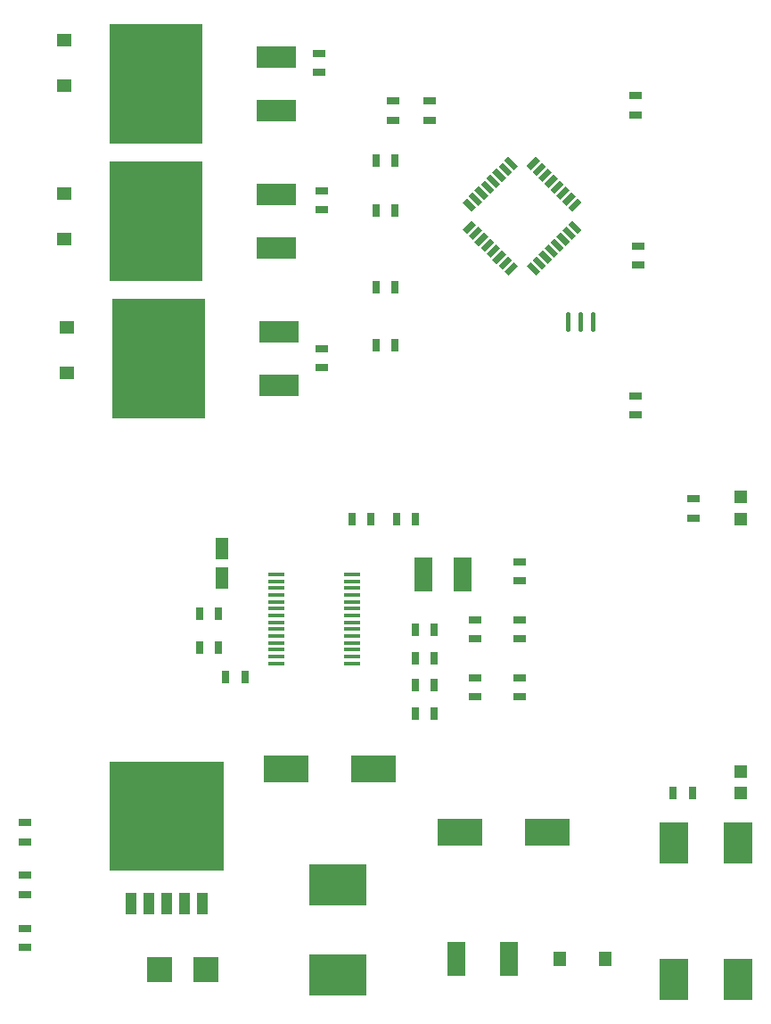
<source format=gbr>
G04 EAGLE Gerber RS-274X export*
G75*
%MOMM*%
%FSLAX34Y34*%
%LPD*%
%AMOC8*
5,1,8,0,0,1.08239X$1,22.5*%
G01*
%ADD10R,1.200000X1.200000*%
%ADD11R,1.270000X1.470000*%
%ADD12R,0.800000X1.200000*%
%ADD13R,1.780000X3.200000*%
%ADD14R,2.800000X2.400000*%
%ADD15R,2.799081X1.485900*%
%ADD16R,1.200000X0.800000*%
%ADD17R,1.470000X1.270000*%
%ADD18R,3.810000X2.082800*%
%ADD19R,8.890000X11.430000*%
%ADD20R,1.500000X0.400000*%
%ADD21R,1.700000X3.300000*%
%ADD22R,1.200000X2.000000*%
%ADD23R,1.270000X0.558800*%
%ADD24R,0.558800X1.270000*%
%ADD25C,0.450000*%
%ADD26R,4.300000X2.500000*%
%ADD27R,5.500000X4.000000*%
%ADD28R,10.800000X10.410000*%
%ADD29R,1.066800X2.159000*%
%ADD30R,2.400000X2.400000*%


D10*
X812500Y233000D03*
X812500Y212000D03*
D11*
X684000Y55000D03*
X641000Y55000D03*
D12*
X766500Y212500D03*
X748500Y212500D03*
D13*
X592400Y55000D03*
X542600Y55000D03*
D14*
X810000Y43000D03*
X810000Y157000D03*
X749000Y43000D03*
X749000Y157000D03*
D15*
X810000Y176391D03*
X748989Y176416D03*
X748989Y23610D03*
X810000Y23610D03*
D16*
X412500Y914000D03*
X412500Y896000D03*
D17*
X170000Y883500D03*
X170000Y926500D03*
D18*
X371400Y859600D03*
X371400Y910400D03*
D19*
X257100Y885000D03*
D16*
X712500Y589000D03*
X712500Y571000D03*
X715000Y731500D03*
X715000Y713500D03*
X415000Y784000D03*
X415000Y766000D03*
D17*
X170000Y738500D03*
X170000Y781500D03*
D18*
X371400Y729600D03*
X371400Y780400D03*
D19*
X257100Y755000D03*
D16*
X415000Y634000D03*
X415000Y616000D03*
D17*
X172500Y611000D03*
X172500Y654000D03*
D18*
X373900Y599600D03*
X373900Y650400D03*
D19*
X259600Y625000D03*
D16*
X712500Y874000D03*
X712500Y856000D03*
X132500Y184000D03*
X132500Y166000D03*
X132500Y134000D03*
X132500Y116000D03*
X132500Y84000D03*
X132500Y66000D03*
D20*
X371250Y419750D03*
X371250Y413250D03*
X371250Y406750D03*
X371250Y400250D03*
X371250Y393750D03*
X371250Y387250D03*
X371250Y380750D03*
X371250Y374250D03*
X371250Y367750D03*
X371250Y361250D03*
X371250Y354750D03*
X371250Y348250D03*
X371250Y341750D03*
X371250Y335250D03*
X443750Y335250D03*
X443750Y341750D03*
X443750Y348250D03*
X443750Y354750D03*
X443750Y361250D03*
X443750Y367750D03*
X443750Y374250D03*
X443750Y380750D03*
X443750Y387250D03*
X443750Y393750D03*
X443750Y400250D03*
X443750Y406750D03*
X443750Y413250D03*
X443750Y419750D03*
D12*
X316500Y350000D03*
X298500Y350000D03*
X316500Y382500D03*
X298500Y382500D03*
X341500Y322500D03*
X323500Y322500D03*
D21*
X511500Y420000D03*
X548500Y420000D03*
D12*
X503500Y340000D03*
X521500Y340000D03*
X503500Y367500D03*
X521500Y367500D03*
D16*
X560000Y358500D03*
X560000Y376500D03*
X602500Y358500D03*
X602500Y376500D03*
X602500Y303500D03*
X602500Y321500D03*
X560000Y303500D03*
X560000Y321500D03*
D12*
X521500Y315000D03*
X503500Y315000D03*
D16*
X602500Y431500D03*
X602500Y413500D03*
D12*
X521500Y287500D03*
X503500Y287500D03*
D22*
X320000Y416000D03*
X320000Y444000D03*
D12*
X504000Y472500D03*
X486000Y472500D03*
X461500Y472500D03*
X443500Y472500D03*
D16*
X482500Y869000D03*
X482500Y851000D03*
D12*
X466000Y812500D03*
X484000Y812500D03*
X466000Y765000D03*
X484000Y765000D03*
D16*
X767500Y491500D03*
X767500Y473500D03*
D10*
X812500Y493000D03*
X812500Y472000D03*
D23*
G36*
X613040Y716313D02*
X622019Y707334D01*
X618068Y703383D01*
X609089Y712362D01*
X613040Y716313D01*
G37*
G36*
X618697Y721970D02*
X627676Y712991D01*
X623725Y709040D01*
X614746Y718019D01*
X618697Y721970D01*
G37*
G36*
X624354Y727626D02*
X633333Y718647D01*
X629382Y714696D01*
X620403Y723675D01*
X624354Y727626D01*
G37*
G36*
X630011Y733283D02*
X638990Y724304D01*
X635039Y720353D01*
X626060Y729332D01*
X630011Y733283D01*
G37*
G36*
X635668Y738940D02*
X644647Y729961D01*
X640696Y726010D01*
X631717Y734989D01*
X635668Y738940D01*
G37*
G36*
X641325Y744597D02*
X650304Y735618D01*
X646353Y731667D01*
X637374Y740646D01*
X641325Y744597D01*
G37*
G36*
X646981Y750254D02*
X655960Y741275D01*
X652009Y737324D01*
X643030Y746303D01*
X646981Y750254D01*
G37*
G36*
X652638Y755911D02*
X661617Y746932D01*
X657666Y742981D01*
X648687Y751960D01*
X652638Y755911D01*
G37*
D24*
G36*
X657666Y777019D02*
X661617Y773068D01*
X652638Y764089D01*
X648687Y768040D01*
X657666Y777019D01*
G37*
G36*
X652009Y782676D02*
X655960Y778725D01*
X646981Y769746D01*
X643030Y773697D01*
X652009Y782676D01*
G37*
G36*
X646353Y788333D02*
X650304Y784382D01*
X641325Y775403D01*
X637374Y779354D01*
X646353Y788333D01*
G37*
G36*
X640696Y793990D02*
X644647Y790039D01*
X635668Y781060D01*
X631717Y785011D01*
X640696Y793990D01*
G37*
G36*
X635039Y799647D02*
X638990Y795696D01*
X630011Y786717D01*
X626060Y790668D01*
X635039Y799647D01*
G37*
G36*
X629382Y805304D02*
X633333Y801353D01*
X624354Y792374D01*
X620403Y796325D01*
X629382Y805304D01*
G37*
G36*
X623725Y810960D02*
X627676Y807009D01*
X618697Y798030D01*
X614746Y801981D01*
X623725Y810960D01*
G37*
G36*
X618068Y816617D02*
X622019Y812666D01*
X613040Y803687D01*
X609089Y807638D01*
X618068Y816617D01*
G37*
D23*
G36*
X591932Y816617D02*
X600911Y807638D01*
X596960Y803687D01*
X587981Y812666D01*
X591932Y816617D01*
G37*
G36*
X586275Y810960D02*
X595254Y801981D01*
X591303Y798030D01*
X582324Y807009D01*
X586275Y810960D01*
G37*
G36*
X580618Y805304D02*
X589597Y796325D01*
X585646Y792374D01*
X576667Y801353D01*
X580618Y805304D01*
G37*
G36*
X574961Y799647D02*
X583940Y790668D01*
X579989Y786717D01*
X571010Y795696D01*
X574961Y799647D01*
G37*
G36*
X569304Y793990D02*
X578283Y785011D01*
X574332Y781060D01*
X565353Y790039D01*
X569304Y793990D01*
G37*
G36*
X563647Y788333D02*
X572626Y779354D01*
X568675Y775403D01*
X559696Y784382D01*
X563647Y788333D01*
G37*
G36*
X557991Y782676D02*
X566970Y773697D01*
X563019Y769746D01*
X554040Y778725D01*
X557991Y782676D01*
G37*
G36*
X552334Y777019D02*
X561313Y768040D01*
X557362Y764089D01*
X548383Y773068D01*
X552334Y777019D01*
G37*
D24*
G36*
X557362Y755911D02*
X561313Y751960D01*
X552334Y742981D01*
X548383Y746932D01*
X557362Y755911D01*
G37*
G36*
X563019Y750254D02*
X566970Y746303D01*
X557991Y737324D01*
X554040Y741275D01*
X563019Y750254D01*
G37*
G36*
X568675Y744597D02*
X572626Y740646D01*
X563647Y731667D01*
X559696Y735618D01*
X568675Y744597D01*
G37*
G36*
X574332Y738940D02*
X578283Y734989D01*
X569304Y726010D01*
X565353Y729961D01*
X574332Y738940D01*
G37*
G36*
X579989Y733283D02*
X583940Y729332D01*
X574961Y720353D01*
X571010Y724304D01*
X579989Y733283D01*
G37*
G36*
X585646Y727626D02*
X589597Y723675D01*
X580618Y714696D01*
X576667Y718647D01*
X585646Y727626D01*
G37*
G36*
X591303Y721970D02*
X595254Y718019D01*
X586275Y709040D01*
X582324Y712991D01*
X591303Y721970D01*
G37*
G36*
X596960Y716313D02*
X600911Y712362D01*
X591932Y703383D01*
X587981Y707334D01*
X596960Y716313D01*
G37*
D16*
X517500Y869000D03*
X517500Y851000D03*
D12*
X484000Y692500D03*
X466000Y692500D03*
D25*
X648000Y667275D02*
X648000Y652725D01*
X660000Y652725D02*
X660000Y667275D01*
X672000Y667275D02*
X672000Y652725D01*
D12*
X484000Y637500D03*
X466000Y637500D03*
D26*
X464000Y235000D03*
X381000Y235000D03*
X629000Y175000D03*
X546000Y175000D03*
D27*
X430000Y125000D03*
X430000Y40000D03*
D28*
X267500Y190400D03*
D29*
X233464Y107088D03*
X250482Y107088D03*
X267500Y107088D03*
X284518Y107088D03*
X301536Y107088D03*
D30*
X260500Y45000D03*
X304500Y45000D03*
M02*

</source>
